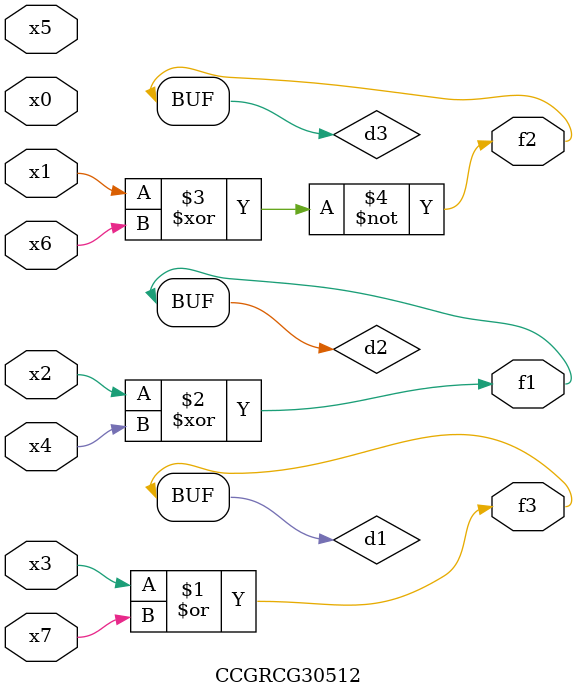
<source format=v>
module CCGRCG30512(
	input x0, x1, x2, x3, x4, x5, x6, x7,
	output f1, f2, f3
);

	wire d1, d2, d3;

	or (d1, x3, x7);
	xor (d2, x2, x4);
	xnor (d3, x1, x6);
	assign f1 = d2;
	assign f2 = d3;
	assign f3 = d1;
endmodule

</source>
